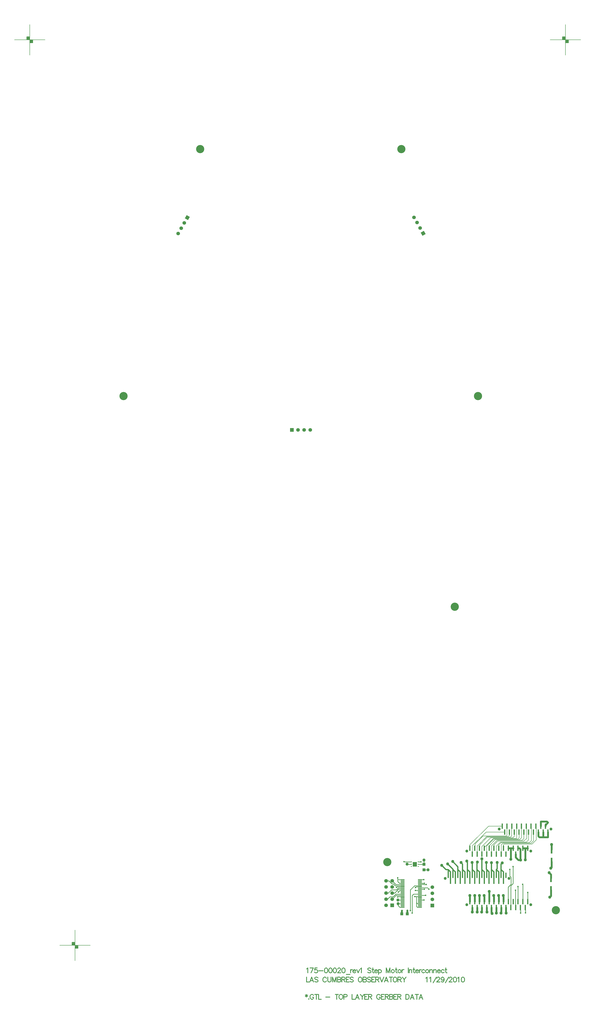
<source format=gtl>
%FSLAX23Y23*%
%MOIN*%
G70*
G01*
G75*
G04 Layer_Physical_Order=1*
G04 Layer_Color=255*
%ADD10R,0.050X0.050*%
%ADD11R,0.030X0.125*%
%ADD12R,0.022X0.085*%
%ADD13O,0.024X0.010*%
%ADD14R,0.071X0.075*%
%ADD15O,0.069X0.012*%
%ADD16R,0.050X0.050*%
%ADD17C,0.030*%
%ADD18C,0.020*%
%ADD19C,0.010*%
%ADD20C,0.005*%
%ADD21C,0.012*%
%ADD22C,0.008*%
%ADD23C,0.012*%
%ADD24C,0.012*%
%ADD25C,0.134*%
%ADD26P,0.084X4X165.0*%
%ADD27C,0.059*%
%ADD28R,0.059X0.059*%
%ADD29R,0.059X0.059*%
%ADD30C,0.047*%
%ADD31C,0.024*%
%ADD32P,0.084X4X285.0*%
%ADD33C,0.050*%
D10*
X40984Y21534D02*
D03*
Y21624D02*
D03*
D11*
X43060Y21399D02*
D03*
Y21203D02*
D03*
X43070Y21864D02*
D03*
Y21668D02*
D03*
D12*
X42481Y20917D02*
D03*
X42442Y21014D02*
D03*
X42402Y20917D02*
D03*
X42363Y21014D02*
D03*
X42324Y20917D02*
D03*
X42284Y21014D02*
D03*
X42245Y20917D02*
D03*
X42205Y21014D02*
D03*
X42166Y20917D02*
D03*
X42127Y21014D02*
D03*
X42087Y20917D02*
D03*
X42048Y21014D02*
D03*
X42009Y20917D02*
D03*
X41969Y21014D02*
D03*
X41930Y20917D02*
D03*
X41890Y21014D02*
D03*
X41851Y20917D02*
D03*
X41812Y21014D02*
D03*
X41772Y20917D02*
D03*
X41733Y21014D02*
D03*
X42560Y20917D02*
D03*
X42638D02*
D03*
X42520Y21014D02*
D03*
X42599D02*
D03*
X42678D02*
D03*
X42481Y21792D02*
D03*
X42442Y21889D02*
D03*
X42402Y21792D02*
D03*
X42363Y21889D02*
D03*
X42324Y21792D02*
D03*
X42284Y21889D02*
D03*
X42245Y21792D02*
D03*
X42205Y21889D02*
D03*
X42166Y21792D02*
D03*
X42127Y21889D02*
D03*
X42087Y21792D02*
D03*
X42048Y21889D02*
D03*
X42009Y21792D02*
D03*
X41969Y21889D02*
D03*
X41930Y21792D02*
D03*
X41890Y21889D02*
D03*
X41851Y21792D02*
D03*
X41812Y21889D02*
D03*
X41772Y21792D02*
D03*
X41733Y21889D02*
D03*
X42560Y21792D02*
D03*
X42638D02*
D03*
X42520Y21889D02*
D03*
X42599D02*
D03*
X42678D02*
D03*
X43009Y22152D02*
D03*
X42970Y22249D02*
D03*
X42931Y22152D02*
D03*
X42891Y22249D02*
D03*
X42852Y22152D02*
D03*
X42813Y22249D02*
D03*
X42773Y22152D02*
D03*
X42734Y22249D02*
D03*
X42694Y22152D02*
D03*
X42655Y22249D02*
D03*
X42616Y22152D02*
D03*
X42576Y22249D02*
D03*
X42537Y22152D02*
D03*
X42498Y22249D02*
D03*
X42458Y22152D02*
D03*
X42419Y22249D02*
D03*
X42379Y22152D02*
D03*
X42340Y22249D02*
D03*
X42301Y22152D02*
D03*
X42261Y22249D02*
D03*
X42126Y21347D02*
D03*
X42087Y21444D02*
D03*
X42047Y21347D02*
D03*
X42008Y21444D02*
D03*
X41969Y21347D02*
D03*
X41929Y21444D02*
D03*
X41890Y21347D02*
D03*
X41850Y21444D02*
D03*
X41811Y21347D02*
D03*
X41772Y21444D02*
D03*
X41732Y21347D02*
D03*
X41693Y21444D02*
D03*
X41654Y21347D02*
D03*
X41614Y21444D02*
D03*
X41575Y21347D02*
D03*
X41535Y21444D02*
D03*
X41496Y21347D02*
D03*
X41457Y21444D02*
D03*
X41417Y21347D02*
D03*
X41378Y21444D02*
D03*
X42205Y21347D02*
D03*
X42283D02*
D03*
X42165Y21444D02*
D03*
X42244D02*
D03*
X42323D02*
D03*
D13*
X40775Y21666D02*
D03*
Y21626D02*
D03*
Y21587D02*
D03*
X40890D02*
D03*
Y21626D02*
D03*
Y21666D02*
D03*
D14*
X40832Y21626D02*
D03*
D15*
X40632Y21375D02*
D03*
Y21355D02*
D03*
Y21336D02*
D03*
Y21316D02*
D03*
Y21296D02*
D03*
Y21276D02*
D03*
Y21257D02*
D03*
Y21237D02*
D03*
Y21217D02*
D03*
Y21198D02*
D03*
Y21178D02*
D03*
Y21158D02*
D03*
Y21139D02*
D03*
Y21119D02*
D03*
Y21099D02*
D03*
Y21080D02*
D03*
Y21060D02*
D03*
Y21040D02*
D03*
Y21021D02*
D03*
Y21001D02*
D03*
Y20981D02*
D03*
Y20962D02*
D03*
Y20942D02*
D03*
Y20922D02*
D03*
X40917Y21375D02*
D03*
Y21355D02*
D03*
Y21336D02*
D03*
Y21316D02*
D03*
Y21296D02*
D03*
Y21276D02*
D03*
Y21257D02*
D03*
Y21237D02*
D03*
Y21217D02*
D03*
Y21198D02*
D03*
Y21178D02*
D03*
Y21158D02*
D03*
Y21139D02*
D03*
X40917Y21119D02*
D03*
X40917Y21099D02*
D03*
Y21080D02*
D03*
Y21060D02*
D03*
Y21040D02*
D03*
Y21021D02*
D03*
Y21001D02*
D03*
Y20981D02*
D03*
Y20962D02*
D03*
Y20942D02*
D03*
Y20922D02*
D03*
D16*
X40710Y20816D02*
D03*
X40620D02*
D03*
D17*
X42970Y22266D02*
X43010Y22307D01*
X42970Y22249D02*
Y22266D01*
X42324Y20830D02*
X42326Y20828D01*
X42324Y20830D02*
Y20917D01*
X42244Y20828D02*
X42245Y20828D01*
Y20917D01*
X42166Y20828D02*
X42166Y20828D01*
X42166Y20828D02*
Y20917D01*
X42087Y20828D02*
X42096Y20820D01*
X42087Y20828D02*
Y20917D01*
X40620Y20867D02*
X40622Y20869D01*
X40620Y20816D02*
Y20867D01*
X40710Y20872D02*
X40710Y20871D01*
Y20816D02*
Y20871D01*
X43009Y22067D02*
X43010Y22067D01*
X43009Y22067D02*
Y22152D01*
X42638Y21886D02*
X42641Y21889D01*
X42678D01*
X42599D02*
X42641D01*
X42638Y21792D02*
Y21886D01*
X43040Y21088D02*
X43060Y21108D01*
Y21203D01*
X43030Y21489D02*
X43060Y21458D01*
Y21399D02*
Y21458D01*
X43055Y21560D02*
X43070Y21575D01*
Y21668D01*
X43070Y21949D02*
X43070Y21948D01*
Y21864D02*
Y21948D01*
X42402Y21708D02*
X42403Y21707D01*
X42402Y21708D02*
Y21792D01*
X42402Y21889D02*
X42402Y21889D01*
X42402Y21889D02*
X42442D01*
X42363D02*
X42402D01*
X42402Y21792D02*
Y21889D01*
X42481Y21738D02*
X42525Y21694D01*
X42562D01*
X42481Y21738D02*
Y21792D01*
X42542Y21889D02*
X42560Y21871D01*
Y21792D02*
Y21871D01*
X42520Y21889D02*
X42542D01*
X42560Y21696D02*
X42562Y21694D01*
X42560Y21696D02*
Y21792D01*
X42638Y21699D02*
X42639Y21699D01*
X42638Y21699D02*
Y21792D01*
X42280Y21115D02*
X42284Y21111D01*
Y21014D02*
Y21111D01*
X42204Y21115D02*
X42205Y21113D01*
Y21014D02*
Y21113D01*
X42124Y21115D02*
X42127Y21112D01*
Y21014D02*
Y21112D01*
X42048Y21180D02*
X42048Y21180D01*
X42048Y21014D02*
Y21180D01*
X41965Y21113D02*
X41969Y21109D01*
Y21014D02*
Y21109D01*
X41890Y21113D02*
X41890Y21112D01*
Y21014D02*
Y21112D01*
X41812Y21112D02*
X41812Y21113D01*
X41812Y21014D02*
Y21112D01*
X41733Y21112D02*
X41733Y21113D01*
X41733Y21014D02*
Y21112D01*
X42009Y20851D02*
X42014Y20846D01*
X42009Y20851D02*
Y20917D01*
X41772Y20846D02*
X41773Y20846D01*
X41772Y20846D02*
Y20917D01*
X41851Y20847D02*
X41852Y20846D01*
X41851Y20847D02*
Y20917D01*
X41927Y20846D02*
X41930Y20848D01*
Y20917D01*
X42852Y22083D02*
Y22152D01*
Y22083D02*
X42869Y22067D01*
X42931Y22067D02*
Y22152D01*
X42869Y22067D02*
X42932D01*
X43010D01*
X42931Y22067D02*
X42932Y22067D01*
X42891Y22249D02*
Y22326D01*
X42892Y22326D01*
X42991D01*
X43010Y22307D01*
D18*
X41929Y21539D02*
Y21717D01*
X42244Y21444D02*
Y21539D01*
X42165Y21444D02*
Y21539D01*
X42087Y21444D02*
Y21539D01*
X42008Y21444D02*
Y21539D01*
X41929Y21444D02*
Y21539D01*
X41850Y21444D02*
Y21539D01*
X41772Y21444D02*
Y21539D01*
X41693Y21444D02*
Y21539D01*
X41614Y21444D02*
Y21539D01*
X41535Y21444D02*
Y21539D01*
X41457Y21444D02*
Y21539D01*
X41417Y21347D02*
Y21500D01*
Y21346D02*
Y21347D01*
X41378Y21444D02*
Y21539D01*
X41928Y21713D02*
Y21714D01*
X41929Y21539D02*
X41969Y21500D01*
Y21347D02*
Y21500D01*
X42283Y21347D02*
Y21500D01*
X42244Y21539D02*
X42283Y21500D01*
X42244Y21539D02*
Y21629D01*
X42263Y21649D01*
X42205Y21347D02*
Y21500D01*
X42165Y21539D02*
X42205Y21500D01*
X42165Y21539D02*
X42178Y21552D01*
Y21653D01*
X42126Y21347D02*
Y21500D01*
X42087Y21539D02*
X42126Y21500D01*
X42087Y21539D02*
Y21650D01*
X42087Y21651D01*
X42002Y21544D02*
X42008Y21539D01*
X42047Y21500D01*
Y21347D02*
Y21500D01*
X42002Y21544D02*
Y21653D01*
X41378Y21539D02*
X41417Y21500D01*
X41342Y21539D02*
X41378D01*
X41274Y21607D02*
X41342Y21539D01*
X41496Y21356D02*
Y21500D01*
X41457Y21539D02*
X41496Y21500D01*
X41457Y21539D02*
Y21545D01*
X41370Y21631D02*
X41457Y21545D01*
X41575Y21347D02*
Y21500D01*
X41535Y21539D02*
X41575Y21500D01*
X41535Y21539D02*
Y21586D01*
X41451Y21671D02*
X41535Y21586D01*
X41654Y21347D02*
Y21500D01*
X41614Y21539D02*
X41654Y21500D01*
X41614Y21539D02*
Y21628D01*
X41588Y21654D02*
X41614Y21628D01*
X41890Y21347D02*
Y21500D01*
X41850Y21539D02*
X41890Y21500D01*
X41850Y21539D02*
Y21657D01*
X41855Y21662D01*
X41811Y21347D02*
Y21500D01*
X41772Y21539D02*
X41811Y21500D01*
X41772Y21539D02*
Y21651D01*
X41770Y21653D02*
X41772Y21651D01*
X41732Y21347D02*
Y21500D01*
X41693Y21539D02*
X41732Y21500D01*
X41693Y21539D02*
Y21669D01*
X41683Y21679D02*
X41693Y21669D01*
D19*
X40759Y20869D02*
Y20920D01*
X40558Y20952D02*
X40588Y20922D01*
X40558Y20952D02*
Y20982D01*
X40588Y20922D02*
X40632D01*
X40841Y21198D02*
X40841Y21198D01*
X40917D01*
X40844Y21244D02*
X40857Y21257D01*
X40917D01*
X40860Y20938D02*
X40876Y20922D01*
X40860Y20938D02*
Y20997D01*
X40876Y20922D02*
X40917D01*
X40860Y20997D02*
Y21099D01*
X40917D01*
X40836D02*
X40860D01*
Y20997D02*
X40876Y20981D01*
X40917D01*
X40834Y21098D02*
X40836Y21099D01*
X40984Y21040D02*
X40984Y21041D01*
X40917Y21040D02*
X40984D01*
X40759Y21208D02*
X40828Y21276D01*
X42560Y20917D02*
X42561Y20916D01*
Y20829D02*
Y20916D01*
X40759Y20869D02*
Y21208D01*
X40828Y21276D02*
X40917D01*
X42638Y20917D02*
X42641Y20915D01*
Y20832D02*
Y20915D01*
X40789Y20829D02*
Y21115D01*
X40813Y21139D01*
X40917D01*
X42520Y21217D02*
Y21261D01*
X42479Y20919D02*
X42481Y20917D01*
X42479Y20919D02*
Y21200D01*
X41042Y21240D02*
X41063Y21219D01*
X40919Y21240D02*
X41042D01*
X40917Y21237D02*
X40919Y21240D01*
X40917Y21119D02*
X40917Y21119D01*
X41010D01*
X42678Y21161D02*
X42679Y21163D01*
X42678Y21014D02*
Y21161D01*
X40979Y21294D02*
X41017D01*
X40917Y21296D02*
X40919Y21298D01*
X40975D01*
X40979Y21294D01*
X41017D02*
X41018Y21295D01*
X42597Y21299D02*
X42599Y21297D01*
Y21014D02*
Y21297D01*
X40917Y21217D02*
X40917Y21218D01*
X40990D01*
X42520Y21217D02*
X42520Y21216D01*
Y21014D02*
Y21216D01*
X42358Y21019D02*
Y21251D01*
Y21019D02*
X42363Y21014D01*
X42358Y21251D02*
X42406Y21299D01*
Y21410D01*
X42385Y21431D02*
X42406Y21410D01*
X42385Y21431D02*
Y21542D01*
X40655Y21667D02*
X40656Y21666D01*
X40775D01*
X40890D02*
X40893Y21663D01*
X40933D01*
X42440Y21312D02*
Y21587D01*
X42402Y21274D02*
X42440Y21312D01*
X42402Y20917D02*
Y21274D01*
X40988Y21316D02*
X40988Y21316D01*
X40917Y21316D02*
X40988D01*
X40980Y21375D02*
X40980Y21375D01*
X40917Y21375D02*
X40980D01*
X40554Y21373D02*
X40557Y21375D01*
X40554Y21373D02*
Y21403D01*
Y21343D02*
Y21373D01*
X40557Y21375D02*
X40632D01*
X40554Y21343D02*
X40581Y21316D01*
X40632D01*
X40533Y21248D02*
X40542Y21257D01*
X40632D01*
X40561Y21171D02*
X40588Y21198D01*
X40632D01*
X40552Y21091D02*
X40561Y21099D01*
X40632D01*
X40555Y21041D02*
X40556Y21040D01*
X40632D01*
X40558Y20982D02*
X40559Y20981D01*
X40632D01*
X40522Y21296D02*
X40632D01*
X40464Y21354D02*
X40522Y21296D01*
X40511Y21276D02*
X40632D01*
X40484Y21303D02*
X40511Y21276D01*
X40458Y21303D02*
X40484D01*
X40408Y21354D02*
X40458Y21303D01*
X40364Y21354D02*
X40408D01*
X40533Y21208D02*
X40563Y21237D01*
X40397Y21154D02*
X40451Y21208D01*
X40563Y21237D02*
X40632D01*
X40451Y21208D02*
X40533D01*
X40364Y21154D02*
X40397D01*
X40502D02*
X40566Y21217D01*
X40632D01*
X40464Y21154D02*
X40502D01*
X40478Y21093D02*
X40523Y21139D01*
X40632D01*
X40425Y21093D02*
X40478D01*
X40385Y21054D02*
X40425Y21093D01*
X40364Y21054D02*
X40385D01*
X40530Y21119D02*
X40632D01*
X40464Y21054D02*
X40530Y21119D01*
X40984Y21534D02*
X41050D01*
X40707Y21627D02*
X40707Y21626D01*
X40775D01*
X40983Y21673D02*
X40984Y21672D01*
Y21624D02*
Y21672D01*
X40981Y21626D02*
X40984Y21624D01*
X40890Y21626D02*
X40981D01*
X42296Y22158D02*
X42301Y22152D01*
D20*
X42576Y22058D02*
Y22249D01*
X42546Y22028D02*
X42576Y22058D01*
X41949Y22088D02*
X42332D01*
X41818Y21957D02*
X41949Y22088D01*
X41998Y22152D02*
X42301D01*
X41772Y21927D02*
X41998Y22152D01*
X42773Y22009D02*
Y22152D01*
X42733Y21969D02*
X42773Y22009D01*
X42273Y21969D02*
X42733D01*
X42660Y21989D02*
X42694Y22024D01*
X42232Y21989D02*
X42660D01*
X42588Y22018D02*
X42616Y22045D01*
X42179Y22018D02*
X42588D01*
X42359Y22078D02*
X42379Y22099D01*
X42006Y22078D02*
X42359D01*
X42166Y21922D02*
X42232Y21989D01*
X42166Y21792D02*
Y21922D01*
X42292Y21955D02*
X42750D01*
X42284Y21946D02*
X42292Y21955D01*
X42284Y21889D02*
Y21946D01*
X42245Y21940D02*
X42273Y21969D01*
X42245Y21792D02*
Y21940D01*
X42241Y21979D02*
X42705D01*
X42205Y21943D02*
X42241Y21979D01*
X42750Y21955D02*
X42818Y22023D01*
X41733Y21943D02*
X42039Y22249D01*
X42261D01*
X41733Y21889D02*
Y21943D01*
X41772Y21792D02*
Y21927D01*
X42340Y22095D02*
Y22249D01*
X42332Y22088D02*
X42340Y22095D01*
X41818Y21896D02*
Y21957D01*
X41812Y21889D02*
X41818Y21896D01*
X41851Y21922D02*
X42006Y22078D01*
X42379Y22099D02*
Y22152D01*
X41851Y21792D02*
Y21922D01*
X42416Y22246D02*
X42419Y22249D01*
X42416Y22089D02*
Y22246D01*
X42395Y22068D02*
X42416Y22089D01*
X42017Y22068D02*
X42395D01*
X41895Y21946D02*
X42017Y22068D01*
X41895Y21894D02*
Y21946D01*
X41890Y21889D02*
X41895Y21894D01*
X42074Y22058D02*
X42436D01*
X42458Y22152D02*
X42460Y22150D01*
Y22082D02*
Y22150D01*
X42436Y22058D02*
X42460Y22082D01*
X41930Y21914D02*
X42074Y22058D01*
X41930Y21792D02*
Y21914D01*
X42119Y22048D02*
X42491D01*
X42498Y22249D02*
X42499Y22247D01*
Y22056D02*
Y22247D01*
X42491Y22048D02*
X42499Y22056D01*
X41969Y21898D02*
X42119Y22048D01*
X41969Y21889D02*
Y21898D01*
X42123Y22038D02*
X42518D01*
X42009Y21923D02*
X42123Y22038D01*
X42537Y22152D02*
X42539Y22150D01*
Y22059D02*
Y22150D01*
X42518Y22038D02*
X42539Y22059D01*
X42009Y21792D02*
Y21923D01*
X42147Y22028D02*
X42546D01*
X42048Y21928D02*
X42147Y22028D01*
X42048Y21889D02*
Y21928D01*
X42087Y21926D02*
X42179Y22018D01*
X42616Y22045D02*
Y22152D01*
X42087Y21792D02*
Y21926D01*
X42190Y22004D02*
X42617D01*
X42127Y21940D02*
X42190Y22004D01*
X42655Y22249D02*
X42661Y22243D01*
Y22048D02*
Y22243D01*
X42617Y22004D02*
X42661Y22048D01*
X42127Y21889D02*
Y21940D01*
X42694Y22024D02*
Y22152D01*
X42734Y22249D02*
X42738Y22244D01*
Y22012D02*
Y22244D01*
X42705Y21979D02*
X42738Y22012D01*
X42205Y21889D02*
Y21943D01*
X42773Y22152D02*
X42773Y22152D01*
X42813Y22249D02*
X42818Y22243D01*
Y22023D02*
Y22243D01*
D21*
X39060Y19499D02*
Y19453D01*
X39041Y19488D02*
X39079Y19465D01*
Y19488D02*
X39041Y19465D01*
X39099Y19427D02*
X39095Y19423D01*
X39099Y19419D01*
X39103Y19423D01*
X39099Y19427D01*
X39177Y19480D02*
X39173Y19488D01*
X39166Y19495D01*
X39158Y19499D01*
X39143D01*
X39135Y19495D01*
X39128Y19488D01*
X39124Y19480D01*
X39120Y19469D01*
Y19450D01*
X39124Y19438D01*
X39128Y19431D01*
X39135Y19423D01*
X39143Y19419D01*
X39158D01*
X39166Y19423D01*
X39173Y19431D01*
X39177Y19438D01*
Y19450D01*
X39158D02*
X39177D01*
X39222Y19499D02*
Y19419D01*
X39196Y19499D02*
X39249D01*
X39258D02*
Y19419D01*
X39304D01*
X39376Y19453D02*
X39444D01*
X39557Y19499D02*
Y19419D01*
X39531Y19499D02*
X39584D01*
X39616D02*
X39609Y19495D01*
X39601Y19488D01*
X39597Y19480D01*
X39594Y19469D01*
Y19450D01*
X39597Y19438D01*
X39601Y19431D01*
X39609Y19423D01*
X39616Y19419D01*
X39632D01*
X39639Y19423D01*
X39647Y19431D01*
X39651Y19438D01*
X39655Y19450D01*
Y19469D01*
X39651Y19480D01*
X39647Y19488D01*
X39639Y19495D01*
X39632Y19499D01*
X39616D01*
X39673Y19457D02*
X39707D01*
X39719Y19461D01*
X39723Y19465D01*
X39727Y19472D01*
Y19484D01*
X39723Y19492D01*
X39719Y19495D01*
X39707Y19499D01*
X39673D01*
Y19419D01*
X39807Y19499D02*
Y19419D01*
X39853D01*
X39923D02*
X39892Y19499D01*
X39862Y19419D01*
X39873Y19446D02*
X39911D01*
X39941Y19499D02*
X39972Y19461D01*
Y19419D01*
X40002Y19499D02*
X39972Y19461D01*
X40062Y19499D02*
X40013D01*
Y19419D01*
X40062D01*
X40013Y19461D02*
X40043D01*
X40075Y19499D02*
Y19419D01*
Y19499D02*
X40110D01*
X40121Y19495D01*
X40125Y19492D01*
X40129Y19484D01*
Y19476D01*
X40125Y19469D01*
X40121Y19465D01*
X40110Y19461D01*
X40075D01*
X40102D02*
X40129Y19419D01*
X40267Y19480D02*
X40263Y19488D01*
X40255Y19495D01*
X40248Y19499D01*
X40232D01*
X40225Y19495D01*
X40217Y19488D01*
X40213Y19480D01*
X40209Y19469D01*
Y19450D01*
X40213Y19438D01*
X40217Y19431D01*
X40225Y19423D01*
X40232Y19419D01*
X40248D01*
X40255Y19423D01*
X40263Y19431D01*
X40267Y19438D01*
Y19450D01*
X40248D02*
X40267D01*
X40334Y19499D02*
X40285D01*
Y19419D01*
X40334D01*
X40285Y19461D02*
X40315D01*
X40348Y19499D02*
Y19419D01*
Y19499D02*
X40382D01*
X40393Y19495D01*
X40397Y19492D01*
X40401Y19484D01*
Y19476D01*
X40397Y19469D01*
X40393Y19465D01*
X40382Y19461D01*
X40348D01*
X40374D02*
X40401Y19419D01*
X40419Y19499D02*
Y19419D01*
Y19499D02*
X40453D01*
X40465Y19495D01*
X40468Y19492D01*
X40472Y19484D01*
Y19476D01*
X40468Y19469D01*
X40465Y19465D01*
X40453Y19461D01*
X40419D02*
X40453D01*
X40465Y19457D01*
X40468Y19453D01*
X40472Y19446D01*
Y19434D01*
X40468Y19427D01*
X40465Y19423D01*
X40453Y19419D01*
X40419D01*
X40540Y19499D02*
X40490D01*
Y19419D01*
X40540D01*
X40490Y19461D02*
X40521D01*
X40553Y19499D02*
Y19419D01*
Y19499D02*
X40587D01*
X40599Y19495D01*
X40603Y19492D01*
X40606Y19484D01*
Y19476D01*
X40603Y19469D01*
X40599Y19465D01*
X40587Y19461D01*
X40553D01*
X40580D02*
X40606Y19419D01*
X40687Y19499D02*
Y19419D01*
Y19499D02*
X40714D01*
X40725Y19495D01*
X40733Y19488D01*
X40737Y19480D01*
X40740Y19469D01*
Y19450D01*
X40737Y19438D01*
X40733Y19431D01*
X40725Y19423D01*
X40714Y19419D01*
X40687D01*
X40819D02*
X40789Y19499D01*
X40758Y19419D01*
X40770Y19446D02*
X40808D01*
X40865Y19499D02*
Y19419D01*
X40838Y19499D02*
X40891D01*
X40962Y19419D02*
X40931Y19499D01*
X40901Y19419D01*
X40912Y19446D02*
X40950D01*
D22*
X35245Y20325D02*
X35255D01*
X35245Y20320D02*
Y20330D01*
Y20320D02*
X35255D01*
Y20330D01*
X35245D02*
X35255D01*
X35240Y20315D02*
Y20330D01*
Y20315D02*
X35260D01*
Y20335D01*
X35240D02*
X35260D01*
X35235Y20310D02*
Y20335D01*
Y20310D02*
X35265D01*
Y20340D01*
X35235D02*
X35265D01*
X35230Y20305D02*
Y20345D01*
Y20305D02*
X35270D01*
Y20345D01*
X35230D02*
X35270D01*
X35295Y20275D02*
X35305D01*
X35295Y20270D02*
Y20280D01*
Y20270D02*
X35305D01*
Y20280D01*
X35295D02*
X35305D01*
X35290Y20265D02*
Y20280D01*
Y20265D02*
X35310D01*
Y20285D01*
X35290D02*
X35310D01*
X35285Y20260D02*
Y20285D01*
Y20260D02*
X35315D01*
Y20290D01*
X35285D02*
X35315D01*
X35280Y20255D02*
Y20295D01*
Y20255D02*
X35320D01*
Y20295D01*
X35280D02*
X35320D01*
X35275Y20250D02*
X35325D01*
Y20300D01*
X35225Y20350D02*
X35275D01*
X35225Y20300D02*
Y20350D01*
X35275Y20050D02*
Y20550D01*
X35025Y20300D02*
X35525D01*
X43265Y35125D02*
X43275D01*
X43265Y35120D02*
Y35130D01*
Y35120D02*
X43275D01*
Y35130D01*
X43265D02*
X43275D01*
X43260Y35115D02*
Y35130D01*
Y35115D02*
X43280D01*
Y35135D01*
X43260D02*
X43280D01*
X43255Y35110D02*
Y35135D01*
Y35110D02*
X43285D01*
Y35140D01*
X43255D02*
X43285D01*
X43250Y35105D02*
Y35145D01*
Y35105D02*
X43290D01*
Y35145D01*
X43250D02*
X43290D01*
X43315Y35075D02*
X43325D01*
X43315Y35070D02*
Y35080D01*
Y35070D02*
X43325D01*
Y35080D01*
X43315D02*
X43325D01*
X43310Y35065D02*
Y35080D01*
Y35065D02*
X43330D01*
Y35085D01*
X43310D02*
X43330D01*
X43305Y35060D02*
Y35085D01*
Y35060D02*
X43335D01*
Y35090D01*
X43305D02*
X43335D01*
X43300Y35055D02*
Y35095D01*
Y35055D02*
X43340D01*
Y35095D01*
X43300D02*
X43340D01*
X43295Y35050D02*
X43345D01*
Y35100D01*
X43245Y35150D02*
X43295D01*
X43245Y35100D02*
Y35150D01*
X43295Y34850D02*
Y35350D01*
X43045Y35100D02*
X43545D01*
X34505Y35125D02*
X34515D01*
X34505Y35120D02*
Y35130D01*
Y35120D02*
X34515D01*
Y35130D01*
X34505D02*
X34515D01*
X34500Y35115D02*
Y35130D01*
Y35115D02*
X34520D01*
Y35135D01*
X34500D02*
X34520D01*
X34495Y35110D02*
Y35135D01*
Y35110D02*
X34525D01*
Y35140D01*
X34495D02*
X34525D01*
X34490Y35105D02*
Y35145D01*
Y35105D02*
X34530D01*
Y35145D01*
X34490D02*
X34530D01*
X34555Y35075D02*
X34565D01*
X34555Y35070D02*
Y35080D01*
Y35070D02*
X34565D01*
Y35080D01*
X34555D02*
X34565D01*
X34550Y35065D02*
Y35080D01*
Y35065D02*
X34570D01*
Y35085D01*
X34550D02*
X34570D01*
X34545Y35060D02*
Y35085D01*
Y35060D02*
X34575D01*
Y35090D01*
X34545D02*
X34575D01*
X34540Y35055D02*
Y35095D01*
Y35055D02*
X34580D01*
Y35095D01*
X34540D02*
X34580D01*
X34535Y35050D02*
X34585D01*
Y35100D01*
X34485Y35150D02*
X34535D01*
X34485Y35100D02*
Y35150D01*
X34535Y34850D02*
Y35350D01*
X34285Y35100D02*
X34785D01*
D23*
X39062Y19780D02*
Y19700D01*
X39107D01*
X39177D02*
X39147Y19780D01*
X39116Y19700D01*
X39127Y19726D02*
X39166D01*
X39249Y19768D02*
X39241Y19776D01*
X39230Y19780D01*
X39215D01*
X39203Y19776D01*
X39196Y19768D01*
Y19761D01*
X39199Y19753D01*
X39203Y19749D01*
X39211Y19745D01*
X39234Y19738D01*
X39241Y19734D01*
X39245Y19730D01*
X39249Y19723D01*
Y19711D01*
X39241Y19704D01*
X39230Y19700D01*
X39215D01*
X39203Y19704D01*
X39196Y19711D01*
X39387Y19761D02*
X39383Y19768D01*
X39375Y19776D01*
X39368Y19780D01*
X39353D01*
X39345Y19776D01*
X39337Y19768D01*
X39334Y19761D01*
X39330Y19749D01*
Y19730D01*
X39334Y19719D01*
X39337Y19711D01*
X39345Y19704D01*
X39353Y19700D01*
X39368D01*
X39375Y19704D01*
X39383Y19711D01*
X39387Y19719D01*
X39409Y19780D02*
Y19723D01*
X39413Y19711D01*
X39421Y19704D01*
X39432Y19700D01*
X39440D01*
X39451Y19704D01*
X39459Y19711D01*
X39463Y19723D01*
Y19780D01*
X39485D02*
Y19700D01*
Y19780D02*
X39515Y19700D01*
X39546Y19780D02*
X39515Y19700D01*
X39546Y19780D02*
Y19700D01*
X39569Y19780D02*
Y19700D01*
Y19780D02*
X39603D01*
X39614Y19776D01*
X39618Y19772D01*
X39622Y19764D01*
Y19757D01*
X39618Y19749D01*
X39614Y19745D01*
X39603Y19742D01*
X39569D02*
X39603D01*
X39614Y19738D01*
X39618Y19734D01*
X39622Y19726D01*
Y19715D01*
X39618Y19707D01*
X39614Y19704D01*
X39603Y19700D01*
X39569D01*
X39640Y19780D02*
Y19700D01*
Y19780D02*
X39674D01*
X39685Y19776D01*
X39689Y19772D01*
X39693Y19764D01*
Y19757D01*
X39689Y19749D01*
X39685Y19745D01*
X39674Y19742D01*
X39640D01*
X39666D02*
X39693Y19700D01*
X39760Y19780D02*
X39711D01*
Y19700D01*
X39760D01*
X39711Y19742D02*
X39741D01*
X39827Y19768D02*
X39820Y19776D01*
X39808Y19780D01*
X39793D01*
X39781Y19776D01*
X39774Y19768D01*
Y19761D01*
X39778Y19753D01*
X39781Y19749D01*
X39789Y19745D01*
X39812Y19738D01*
X39820Y19734D01*
X39823Y19730D01*
X39827Y19723D01*
Y19711D01*
X39820Y19704D01*
X39808Y19700D01*
X39793D01*
X39781Y19704D01*
X39774Y19711D01*
X39931Y19780D02*
X39923Y19776D01*
X39916Y19768D01*
X39912Y19761D01*
X39908Y19749D01*
Y19730D01*
X39912Y19719D01*
X39916Y19711D01*
X39923Y19704D01*
X39931Y19700D01*
X39946D01*
X39954Y19704D01*
X39961Y19711D01*
X39965Y19719D01*
X39969Y19730D01*
Y19749D01*
X39965Y19761D01*
X39961Y19768D01*
X39954Y19776D01*
X39946Y19780D01*
X39931D01*
X39987D02*
Y19700D01*
Y19780D02*
X40022D01*
X40033Y19776D01*
X40037Y19772D01*
X40041Y19764D01*
Y19757D01*
X40037Y19749D01*
X40033Y19745D01*
X40022Y19742D01*
X39987D02*
X40022D01*
X40033Y19738D01*
X40037Y19734D01*
X40041Y19726D01*
Y19715D01*
X40037Y19707D01*
X40033Y19704D01*
X40022Y19700D01*
X39987D01*
X40112Y19768D02*
X40104Y19776D01*
X40093Y19780D01*
X40078D01*
X40066Y19776D01*
X40059Y19768D01*
Y19761D01*
X40063Y19753D01*
X40066Y19749D01*
X40074Y19745D01*
X40097Y19738D01*
X40104Y19734D01*
X40108Y19730D01*
X40112Y19723D01*
Y19711D01*
X40104Y19704D01*
X40093Y19700D01*
X40078D01*
X40066Y19704D01*
X40059Y19711D01*
X40179Y19780D02*
X40130D01*
Y19700D01*
X40179D01*
X40130Y19742D02*
X40160D01*
X40193Y19780D02*
Y19700D01*
Y19780D02*
X40227D01*
X40238Y19776D01*
X40242Y19772D01*
X40246Y19764D01*
Y19757D01*
X40242Y19749D01*
X40238Y19745D01*
X40227Y19742D01*
X40193D01*
X40219D02*
X40246Y19700D01*
X40264Y19780D02*
X40294Y19700D01*
X40325Y19780D02*
X40294Y19700D01*
X40396D02*
X40366Y19780D01*
X40335Y19700D01*
X40347Y19726D02*
X40385D01*
X40441Y19780D02*
Y19700D01*
X40415Y19780D02*
X40468D01*
X40501D02*
X40493Y19776D01*
X40485Y19768D01*
X40481Y19761D01*
X40478Y19749D01*
Y19730D01*
X40481Y19719D01*
X40485Y19711D01*
X40493Y19704D01*
X40501Y19700D01*
X40516D01*
X40523Y19704D01*
X40531Y19711D01*
X40535Y19719D01*
X40539Y19730D01*
Y19749D01*
X40535Y19761D01*
X40531Y19768D01*
X40523Y19776D01*
X40516Y19780D01*
X40501D01*
X40557D02*
Y19700D01*
Y19780D02*
X40592D01*
X40603Y19776D01*
X40607Y19772D01*
X40611Y19764D01*
Y19757D01*
X40607Y19749D01*
X40603Y19745D01*
X40592Y19742D01*
X40557D01*
X40584D02*
X40611Y19700D01*
X40629Y19780D02*
X40659Y19742D01*
Y19700D01*
X40689Y19780D02*
X40659Y19742D01*
X41014Y19764D02*
X41022Y19768D01*
X41033Y19780D01*
Y19700D01*
X41073Y19764D02*
X41080Y19768D01*
X41092Y19780D01*
Y19700D01*
X41131Y19688D02*
X41185Y19780D01*
X41194Y19761D02*
Y19764D01*
X41198Y19772D01*
X41201Y19776D01*
X41209Y19780D01*
X41224D01*
X41232Y19776D01*
X41236Y19772D01*
X41239Y19764D01*
Y19757D01*
X41236Y19749D01*
X41228Y19738D01*
X41190Y19700D01*
X41243D01*
X41311Y19753D02*
X41307Y19742D01*
X41299Y19734D01*
X41288Y19730D01*
X41284D01*
X41273Y19734D01*
X41265Y19742D01*
X41261Y19753D01*
Y19757D01*
X41265Y19768D01*
X41273Y19776D01*
X41284Y19780D01*
X41288D01*
X41299Y19776D01*
X41307Y19768D01*
X41311Y19753D01*
Y19734D01*
X41307Y19715D01*
X41299Y19704D01*
X41288Y19700D01*
X41280D01*
X41269Y19704D01*
X41265Y19711D01*
X41332Y19688D02*
X41386Y19780D01*
X41395Y19761D02*
Y19764D01*
X41399Y19772D01*
X41402Y19776D01*
X41410Y19780D01*
X41425D01*
X41433Y19776D01*
X41437Y19772D01*
X41441Y19764D01*
Y19757D01*
X41437Y19749D01*
X41429Y19738D01*
X41391Y19700D01*
X41444D01*
X41485Y19780D02*
X41474Y19776D01*
X41466Y19764D01*
X41462Y19745D01*
Y19734D01*
X41466Y19715D01*
X41474Y19704D01*
X41485Y19700D01*
X41493D01*
X41504Y19704D01*
X41512Y19715D01*
X41516Y19734D01*
Y19745D01*
X41512Y19764D01*
X41504Y19776D01*
X41493Y19780D01*
X41485D01*
X41533Y19764D02*
X41541Y19768D01*
X41552Y19780D01*
Y19700D01*
X41615Y19780D02*
X41604Y19776D01*
X41596Y19764D01*
X41592Y19745D01*
Y19734D01*
X41596Y19715D01*
X41604Y19704D01*
X41615Y19700D01*
X41623D01*
X41634Y19704D01*
X41642Y19715D01*
X41645Y19734D01*
Y19745D01*
X41642Y19764D01*
X41634Y19776D01*
X41623Y19780D01*
X41615D01*
D24*
X39062Y19915D02*
X39069Y19918D01*
X39081Y19930D01*
Y19850D01*
X39174Y19930D02*
X39135Y19850D01*
X39120Y19930D02*
X39174D01*
X39237D02*
X39199D01*
X39195Y19895D01*
X39199Y19899D01*
X39211Y19903D01*
X39222D01*
X39233Y19899D01*
X39241Y19892D01*
X39245Y19880D01*
Y19873D01*
X39241Y19861D01*
X39233Y19854D01*
X39222Y19850D01*
X39211D01*
X39199Y19854D01*
X39195Y19857D01*
X39191Y19865D01*
X39263Y19884D02*
X39331D01*
X39378Y19930D02*
X39366Y19926D01*
X39359Y19915D01*
X39355Y19895D01*
Y19884D01*
X39359Y19865D01*
X39366Y19854D01*
X39378Y19850D01*
X39385D01*
X39397Y19854D01*
X39404Y19865D01*
X39408Y19884D01*
Y19895D01*
X39404Y19915D01*
X39397Y19926D01*
X39385Y19930D01*
X39378D01*
X39449D02*
X39438Y19926D01*
X39430Y19915D01*
X39426Y19895D01*
Y19884D01*
X39430Y19865D01*
X39438Y19854D01*
X39449Y19850D01*
X39457D01*
X39468Y19854D01*
X39476Y19865D01*
X39479Y19884D01*
Y19895D01*
X39476Y19915D01*
X39468Y19926D01*
X39457Y19930D01*
X39449D01*
X39520D02*
X39509Y19926D01*
X39501Y19915D01*
X39497Y19895D01*
Y19884D01*
X39501Y19865D01*
X39509Y19854D01*
X39520Y19850D01*
X39528D01*
X39539Y19854D01*
X39547Y19865D01*
X39551Y19884D01*
Y19895D01*
X39547Y19915D01*
X39539Y19926D01*
X39528Y19930D01*
X39520D01*
X39572Y19911D02*
Y19915D01*
X39576Y19922D01*
X39580Y19926D01*
X39588Y19930D01*
X39603D01*
X39610Y19926D01*
X39614Y19922D01*
X39618Y19915D01*
Y19907D01*
X39614Y19899D01*
X39607Y19888D01*
X39569Y19850D01*
X39622D01*
X39663Y19930D02*
X39651Y19926D01*
X39644Y19915D01*
X39640Y19895D01*
Y19884D01*
X39644Y19865D01*
X39651Y19854D01*
X39663Y19850D01*
X39670D01*
X39682Y19854D01*
X39689Y19865D01*
X39693Y19884D01*
Y19895D01*
X39689Y19915D01*
X39682Y19926D01*
X39670Y19930D01*
X39663D01*
X39711Y19823D02*
X39772D01*
X39782Y19903D02*
Y19850D01*
Y19880D02*
X39786Y19892D01*
X39794Y19899D01*
X39801Y19903D01*
X39813D01*
X39820Y19880D02*
X39866D01*
Y19888D01*
X39862Y19895D01*
X39858Y19899D01*
X39850Y19903D01*
X39839D01*
X39831Y19899D01*
X39824Y19892D01*
X39820Y19880D01*
Y19873D01*
X39824Y19861D01*
X39831Y19854D01*
X39839Y19850D01*
X39850D01*
X39858Y19854D01*
X39866Y19861D01*
X39883Y19903D02*
X39906Y19850D01*
X39928Y19903D02*
X39906Y19850D01*
X39941Y19915D02*
X39949Y19918D01*
X39960Y19930D01*
Y19850D01*
X40116Y19918D02*
X40109Y19926D01*
X40097Y19930D01*
X40082D01*
X40071Y19926D01*
X40063Y19918D01*
Y19911D01*
X40067Y19903D01*
X40071Y19899D01*
X40078Y19895D01*
X40101Y19888D01*
X40109Y19884D01*
X40112Y19880D01*
X40116Y19873D01*
Y19861D01*
X40109Y19854D01*
X40097Y19850D01*
X40082D01*
X40071Y19854D01*
X40063Y19861D01*
X40146Y19930D02*
Y19865D01*
X40149Y19854D01*
X40157Y19850D01*
X40165D01*
X40134Y19903D02*
X40161D01*
X40176Y19880D02*
X40222D01*
Y19888D01*
X40218Y19895D01*
X40214Y19899D01*
X40206Y19903D01*
X40195D01*
X40187Y19899D01*
X40180Y19892D01*
X40176Y19880D01*
Y19873D01*
X40180Y19861D01*
X40187Y19854D01*
X40195Y19850D01*
X40206D01*
X40214Y19854D01*
X40222Y19861D01*
X40239Y19903D02*
Y19823D01*
Y19892D02*
X40246Y19899D01*
X40254Y19903D01*
X40266D01*
X40273Y19899D01*
X40281Y19892D01*
X40285Y19880D01*
Y19873D01*
X40281Y19861D01*
X40273Y19854D01*
X40266Y19850D01*
X40254D01*
X40246Y19854D01*
X40239Y19861D01*
X40365Y19930D02*
Y19850D01*
Y19930D02*
X40395Y19850D01*
X40425Y19930D02*
X40395Y19850D01*
X40425Y19930D02*
Y19850D01*
X40467Y19903D02*
X40460Y19899D01*
X40452Y19892D01*
X40448Y19880D01*
Y19873D01*
X40452Y19861D01*
X40460Y19854D01*
X40467Y19850D01*
X40479D01*
X40486Y19854D01*
X40494Y19861D01*
X40498Y19873D01*
Y19880D01*
X40494Y19892D01*
X40486Y19899D01*
X40479Y19903D01*
X40467D01*
X40527Y19930D02*
Y19865D01*
X40531Y19854D01*
X40538Y19850D01*
X40546D01*
X40515Y19903D02*
X40542D01*
X40576D02*
X40569Y19899D01*
X40561Y19892D01*
X40557Y19880D01*
Y19873D01*
X40561Y19861D01*
X40569Y19854D01*
X40576Y19850D01*
X40588D01*
X40595Y19854D01*
X40603Y19861D01*
X40607Y19873D01*
Y19880D01*
X40603Y19892D01*
X40595Y19899D01*
X40588Y19903D01*
X40576D01*
X40624D02*
Y19850D01*
Y19880D02*
X40628Y19892D01*
X40636Y19899D01*
X40643Y19903D01*
X40655D01*
X40725Y19930D02*
Y19850D01*
X40742Y19903D02*
Y19850D01*
Y19888D02*
X40753Y19899D01*
X40761Y19903D01*
X40772D01*
X40780Y19899D01*
X40784Y19888D01*
Y19850D01*
X40816Y19930D02*
Y19865D01*
X40820Y19854D01*
X40827Y19850D01*
X40835D01*
X40804Y19903D02*
X40831D01*
X40846Y19880D02*
X40892D01*
Y19888D01*
X40888Y19895D01*
X40884Y19899D01*
X40877Y19903D01*
X40865D01*
X40858Y19899D01*
X40850Y19892D01*
X40846Y19880D01*
Y19873D01*
X40850Y19861D01*
X40858Y19854D01*
X40865Y19850D01*
X40877D01*
X40884Y19854D01*
X40892Y19861D01*
X40909Y19903D02*
Y19850D01*
Y19880D02*
X40913Y19892D01*
X40921Y19899D01*
X40928Y19903D01*
X40940D01*
X40993Y19892D02*
X40985Y19899D01*
X40977Y19903D01*
X40966D01*
X40958Y19899D01*
X40951Y19892D01*
X40947Y19880D01*
Y19873D01*
X40951Y19861D01*
X40958Y19854D01*
X40966Y19850D01*
X40977D01*
X40985Y19854D01*
X40993Y19861D01*
X41029Y19903D02*
X41021Y19899D01*
X41014Y19892D01*
X41010Y19880D01*
Y19873D01*
X41014Y19861D01*
X41021Y19854D01*
X41029Y19850D01*
X41040D01*
X41048Y19854D01*
X41055Y19861D01*
X41059Y19873D01*
Y19880D01*
X41055Y19892D01*
X41048Y19899D01*
X41040Y19903D01*
X41029D01*
X41077D02*
Y19850D01*
Y19888D02*
X41088Y19899D01*
X41096Y19903D01*
X41107D01*
X41115Y19899D01*
X41119Y19888D01*
Y19850D01*
X41140Y19903D02*
Y19850D01*
Y19888D02*
X41151Y19899D01*
X41159Y19903D01*
X41170D01*
X41178Y19899D01*
X41182Y19888D01*
Y19850D01*
X41202Y19880D02*
X41248D01*
Y19888D01*
X41244Y19895D01*
X41241Y19899D01*
X41233Y19903D01*
X41222D01*
X41214Y19899D01*
X41206Y19892D01*
X41202Y19880D01*
Y19873D01*
X41206Y19861D01*
X41214Y19854D01*
X41222Y19850D01*
X41233D01*
X41241Y19854D01*
X41248Y19861D01*
X41311Y19892D02*
X41303Y19899D01*
X41296Y19903D01*
X41284D01*
X41277Y19899D01*
X41269Y19892D01*
X41265Y19880D01*
Y19873D01*
X41269Y19861D01*
X41277Y19854D01*
X41284Y19850D01*
X41296D01*
X41303Y19854D01*
X41311Y19861D01*
X41340Y19930D02*
Y19865D01*
X41343Y19854D01*
X41351Y19850D01*
X41359D01*
X41328Y19903D02*
X41355D01*
D25*
X40384Y21661D02*
D03*
X43140Y20874D02*
D03*
X41487Y25834D02*
D03*
X36069Y29279D02*
D03*
X37321Y33315D02*
D03*
X40613D02*
D03*
X41865Y29279D02*
D03*
D26*
X40968Y31939D02*
D03*
D27*
X40918Y32026D02*
D03*
X40868Y32113D02*
D03*
X40818Y32199D02*
D03*
X38923Y28724D02*
D03*
X39023D02*
D03*
X39123D02*
D03*
X41120Y21051D02*
D03*
Y21151D02*
D03*
Y21251D02*
D03*
X37063Y32108D02*
D03*
X37013Y32021D02*
D03*
X36963Y31935D02*
D03*
X40364Y21354D02*
D03*
X40464D02*
D03*
X40364Y21254D02*
D03*
X40464D02*
D03*
X40364Y21154D02*
D03*
X40464D02*
D03*
X40364Y21054D02*
D03*
X40464Y21054D02*
D03*
X40364Y20954D02*
D03*
D28*
X38823Y28724D02*
D03*
D29*
X41120Y20951D02*
D03*
X40464Y20954D02*
D03*
D30*
X42728Y20966D02*
D03*
X41683Y20966D02*
D03*
X42728Y21841D02*
D03*
X41683Y21841D02*
D03*
X43060Y22201D02*
D03*
X42211D02*
D03*
X42373Y21396D02*
D03*
X41328D02*
D03*
D31*
X40832Y21646D02*
D03*
Y21607D02*
D03*
X43010Y22307D02*
D03*
X40789Y20829D02*
D03*
X40759Y20869D02*
D03*
X40841Y21198D02*
D03*
X40844Y21244D02*
D03*
X40834Y21098D02*
D03*
X40984Y21041D02*
D03*
X40622Y20869D02*
D03*
X40710Y20872D02*
D03*
X43010Y22067D02*
D03*
X42561Y20829D02*
D03*
X42641Y20832D02*
D03*
X42520Y21261D02*
D03*
X42479Y21200D02*
D03*
X41063Y21219D02*
D03*
X41010Y21119D02*
D03*
X42679Y21163D02*
D03*
X41018Y21295D02*
D03*
X42597Y21299D02*
D03*
X40990Y21218D02*
D03*
X42385Y21542D02*
D03*
X40655Y21667D02*
D03*
X40933Y21663D02*
D03*
X42440Y21587D02*
D03*
X40988Y21316D02*
D03*
X40980Y21375D02*
D03*
X40554Y21403D02*
D03*
X40533Y21248D02*
D03*
X40561Y21171D02*
D03*
X40552Y21091D02*
D03*
D32*
X37113Y32194D02*
D03*
D33*
X41770Y21653D02*
D03*
X42326Y20828D02*
D03*
X42244D02*
D03*
X42166D02*
D03*
X42096Y20820D02*
D03*
X40555Y21041D02*
D03*
X40558Y20982D02*
D03*
X41050Y21534D02*
D03*
X40707Y21627D02*
D03*
X40984Y21694D02*
D03*
X43040Y21088D02*
D03*
X43030Y21489D02*
D03*
X43055Y21560D02*
D03*
X43070Y21949D02*
D03*
X42403Y21707D02*
D03*
X42562Y21694D02*
D03*
X42639Y21699D02*
D03*
X42280Y21115D02*
D03*
X42204D02*
D03*
X42124D02*
D03*
X42048Y21180D02*
D03*
X41965Y21113D02*
D03*
X41890D02*
D03*
X41812D02*
D03*
X41733D02*
D03*
X42014Y20846D02*
D03*
X41773D02*
D03*
X41852D02*
D03*
X41927D02*
D03*
X41928Y21713D02*
D03*
X42263Y21649D02*
D03*
X42178Y21653D02*
D03*
X42087Y21651D02*
D03*
X42002Y21653D02*
D03*
X41274Y21607D02*
D03*
X41370Y21631D02*
D03*
X41451Y21671D02*
D03*
X41588Y21654D02*
D03*
X41855Y21662D02*
D03*
X41683Y21679D02*
D03*
M02*

</source>
